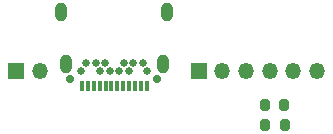
<source format=gbr>
%TF.GenerationSoftware,KiCad,Pcbnew,(6.0.8)*%
%TF.CreationDate,2023-01-11T07:54:23-05:00*%
%TF.ProjectId,Model-U-GCC-V2,4d6f6465-6c2d-4552-9d47-43432d56322e,rev?*%
%TF.SameCoordinates,Original*%
%TF.FileFunction,Soldermask,Top*%
%TF.FilePolarity,Negative*%
%FSLAX46Y46*%
G04 Gerber Fmt 4.6, Leading zero omitted, Abs format (unit mm)*
G04 Created by KiCad (PCBNEW (6.0.8)) date 2023-01-11 07:54:23*
%MOMM*%
%LPD*%
G01*
G04 APERTURE LIST*
G04 Aperture macros list*
%AMRoundRect*
0 Rectangle with rounded corners*
0 $1 Rounding radius*
0 $2 $3 $4 $5 $6 $7 $8 $9 X,Y pos of 4 corners*
0 Add a 4 corners polygon primitive as box body*
4,1,4,$2,$3,$4,$5,$6,$7,$8,$9,$2,$3,0*
0 Add four circle primitives for the rounded corners*
1,1,$1+$1,$2,$3*
1,1,$1+$1,$4,$5*
1,1,$1+$1,$6,$7*
1,1,$1+$1,$8,$9*
0 Add four rect primitives between the rounded corners*
20,1,$1+$1,$2,$3,$4,$5,0*
20,1,$1+$1,$4,$5,$6,$7,0*
20,1,$1+$1,$6,$7,$8,$9,0*
20,1,$1+$1,$8,$9,$2,$3,0*%
G04 Aperture macros list end*
%ADD10R,1.350000X1.350000*%
%ADD11O,1.350000X1.350000*%
%ADD12C,0.700000*%
%ADD13R,0.300000X0.900000*%
%ADD14C,0.650000*%
%ADD15O,1.000000X1.600000*%
%ADD16RoundRect,0.200000X0.200000X0.275000X-0.200000X0.275000X-0.200000X-0.275000X0.200000X-0.275000X0*%
%ADD17RoundRect,0.200000X-0.200000X-0.275000X0.200000X-0.275000X0.200000X0.275000X-0.200000X0.275000X0*%
G04 APERTURE END LIST*
D10*
%TO.C,J2*%
X139940000Y-105890000D03*
D11*
X141940000Y-105890000D03*
X143940000Y-105890000D03*
X145940000Y-105890000D03*
X147940000Y-105890000D03*
X149940000Y-105890000D03*
%TD*%
D12*
%TO.C,J1*%
X129040000Y-106540000D03*
X136390000Y-106540000D03*
D13*
X135540000Y-107100000D03*
X135040000Y-107100000D03*
X134540000Y-107100000D03*
X134040000Y-107100000D03*
X133540000Y-107100000D03*
X133040000Y-107100000D03*
X132540000Y-107100000D03*
X132040000Y-107100000D03*
X131540000Y-107100000D03*
X131040000Y-107100000D03*
X130540000Y-107100000D03*
X130040000Y-107100000D03*
D14*
X129990000Y-105890000D03*
X130390000Y-105190000D03*
X131190000Y-105190000D03*
X131590000Y-105890000D03*
X131990000Y-105190000D03*
X132390000Y-105890000D03*
X133190000Y-105890000D03*
X133590000Y-105190000D03*
X133990000Y-105890000D03*
X134390000Y-105190000D03*
X135190000Y-105190000D03*
X135590000Y-105890000D03*
D15*
X128660000Y-105290000D03*
X136920000Y-105290000D03*
X128300000Y-100900000D03*
X137280000Y-100900000D03*
%TD*%
D10*
%TO.C,J3*%
X124450000Y-105890000D03*
D11*
X126450000Y-105890000D03*
%TD*%
D16*
%TO.C,R1*%
X147175000Y-108750000D03*
X145525000Y-108750000D03*
%TD*%
D17*
%TO.C,R2*%
X145575000Y-110450000D03*
X147225000Y-110450000D03*
%TD*%
M02*

</source>
